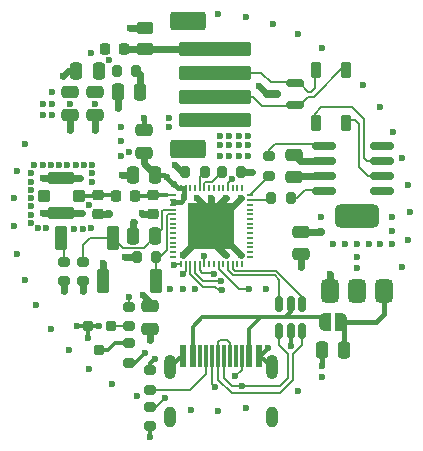
<source format=gbr>
%TF.GenerationSoftware,KiCad,Pcbnew,9.0.0*%
%TF.CreationDate,2026-01-31T22:23:39+01:00*%
%TF.ProjectId,DisplayBoard,44697370-6c61-4794-926f-6172642e6b69,rev?*%
%TF.SameCoordinates,Original*%
%TF.FileFunction,Copper,L1,Top*%
%TF.FilePolarity,Positive*%
%FSLAX46Y46*%
G04 Gerber Fmt 4.6, Leading zero omitted, Abs format (unit mm)*
G04 Created by KiCad (PCBNEW 9.0.0) date 2026-01-31 22:23:39*
%MOMM*%
%LPD*%
G01*
G04 APERTURE LIST*
G04 Aperture macros list*
%AMRoundRect*
0 Rectangle with rounded corners*
0 $1 Rounding radius*
0 $2 $3 $4 $5 $6 $7 $8 $9 X,Y pos of 4 corners*
0 Add a 4 corners polygon primitive as box body*
4,1,4,$2,$3,$4,$5,$6,$7,$8,$9,$2,$3,0*
0 Add four circle primitives for the rounded corners*
1,1,$1+$1,$2,$3*
1,1,$1+$1,$4,$5*
1,1,$1+$1,$6,$7*
1,1,$1+$1,$8,$9*
0 Add four rect primitives between the rounded corners*
20,1,$1+$1,$2,$3,$4,$5,0*
20,1,$1+$1,$4,$5,$6,$7,0*
20,1,$1+$1,$6,$7,$8,$9,0*
20,1,$1+$1,$8,$9,$2,$3,0*%
%AMFreePoly0*
4,1,23,0.000000,0.745722,0.065263,0.745722,0.191342,0.711940,0.304381,0.646677,0.396677,0.554381,0.461940,0.441342,0.495722,0.315263,0.495722,0.250000,0.500000,0.250000,0.500000,-0.250000,0.495722,-0.250000,0.495722,-0.315263,0.461940,-0.441342,0.396677,-0.554381,0.304381,-0.646677,0.191342,-0.711940,0.065263,-0.745722,0.000000,-0.745722,0.000000,-0.750000,-0.500000,-0.750000,
-0.500000,0.750000,0.000000,0.750000,0.000000,0.745722,0.000000,0.745722,$1*%
%AMFreePoly1*
4,1,23,0.500000,-0.750000,0.000000,-0.750000,0.000000,-0.745722,-0.065263,-0.745722,-0.191342,-0.711940,-0.304381,-0.646677,-0.396677,-0.554381,-0.461940,-0.441342,-0.495722,-0.315263,-0.495722,-0.250000,-0.500000,-0.250000,-0.500000,0.250000,-0.495722,0.250000,-0.495722,0.315263,-0.461940,0.441342,-0.396677,0.554381,-0.304381,0.646677,-0.191342,0.711940,-0.065263,0.745722,0.000000,0.745722,
0.000000,0.750000,0.500000,0.750000,0.500000,-0.750000,0.500000,-0.750000,$1*%
G04 Aperture macros list end*
%TA.AperFunction,SMDPad,CuDef*%
%ADD10RoundRect,0.157500X-0.942500X0.367500X-0.942500X-0.367500X0.942500X-0.367500X0.942500X0.367500X0*%
%TD*%
%TA.AperFunction,SMDPad,CuDef*%
%ADD11RoundRect,0.150000X-0.350000X0.375000X-0.350000X-0.375000X0.350000X-0.375000X0.350000X0.375000X0*%
%TD*%
%TA.AperFunction,ComponentPad*%
%ADD12O,1.000000X1.800000*%
%TD*%
%TA.AperFunction,ComponentPad*%
%ADD13O,1.000000X2.100000*%
%TD*%
%TA.AperFunction,SMDPad,CuDef*%
%ADD14R,0.300000X1.970000*%
%TD*%
%TA.AperFunction,SMDPad,CuDef*%
%ADD15R,0.600000X1.970000*%
%TD*%
%TA.AperFunction,SMDPad,CuDef*%
%ADD16RoundRect,0.200000X-0.200000X-0.275000X0.200000X-0.275000X0.200000X0.275000X-0.200000X0.275000X0*%
%TD*%
%TA.AperFunction,SMDPad,CuDef*%
%ADD17RoundRect,0.250000X0.450000X-0.262500X0.450000X0.262500X-0.450000X0.262500X-0.450000X-0.262500X0*%
%TD*%
%TA.AperFunction,SMDPad,CuDef*%
%ADD18RoundRect,0.250000X0.250000X0.475000X-0.250000X0.475000X-0.250000X-0.475000X0.250000X-0.475000X0*%
%TD*%
%TA.AperFunction,SMDPad,CuDef*%
%ADD19RoundRect,0.218750X-0.218750X-0.256250X0.218750X-0.256250X0.218750X0.256250X-0.218750X0.256250X0*%
%TD*%
%TA.AperFunction,SMDPad,CuDef*%
%ADD20RoundRect,0.250000X0.475000X-0.250000X0.475000X0.250000X-0.475000X0.250000X-0.475000X-0.250000X0*%
%TD*%
%TA.AperFunction,SMDPad,CuDef*%
%ADD21RoundRect,0.240000X-1.260000X0.560000X-1.260000X-0.560000X1.260000X-0.560000X1.260000X0.560000X0*%
%TD*%
%TA.AperFunction,SMDPad,CuDef*%
%ADD22RoundRect,0.180000X-2.870000X0.420000X-2.870000X-0.420000X2.870000X-0.420000X2.870000X0.420000X0*%
%TD*%
%TA.AperFunction,SMDPad,CuDef*%
%ADD23RoundRect,0.150000X0.150000X-0.512500X0.150000X0.512500X-0.150000X0.512500X-0.150000X-0.512500X0*%
%TD*%
%TA.AperFunction,SMDPad,CuDef*%
%ADD24RoundRect,0.375000X0.375000X-0.625000X0.375000X0.625000X-0.375000X0.625000X-0.375000X-0.625000X0*%
%TD*%
%TA.AperFunction,SMDPad,CuDef*%
%ADD25RoundRect,0.500000X1.400000X-0.500000X1.400000X0.500000X-1.400000X0.500000X-1.400000X-0.500000X0*%
%TD*%
%TA.AperFunction,SMDPad,CuDef*%
%ADD26RoundRect,0.250000X-0.475000X0.250000X-0.475000X-0.250000X0.475000X-0.250000X0.475000X0.250000X0*%
%TD*%
%TA.AperFunction,SMDPad,CuDef*%
%ADD27FreePoly0,0.000000*%
%TD*%
%TA.AperFunction,SMDPad,CuDef*%
%ADD28FreePoly1,0.000000*%
%TD*%
%TA.AperFunction,SMDPad,CuDef*%
%ADD29RoundRect,0.225000X-0.250000X0.225000X-0.250000X-0.225000X0.250000X-0.225000X0.250000X0.225000X0*%
%TD*%
%TA.AperFunction,SMDPad,CuDef*%
%ADD30RoundRect,0.200000X-0.275000X0.200000X-0.275000X-0.200000X0.275000X-0.200000X0.275000X0.200000X0*%
%TD*%
%TA.AperFunction,SMDPad,CuDef*%
%ADD31RoundRect,0.200000X0.200000X0.275000X-0.200000X0.275000X-0.200000X-0.275000X0.200000X-0.275000X0*%
%TD*%
%TA.AperFunction,SMDPad,CuDef*%
%ADD32RoundRect,0.200000X0.275000X-0.200000X0.275000X0.200000X-0.275000X0.200000X-0.275000X-0.200000X0*%
%TD*%
%TA.AperFunction,SMDPad,CuDef*%
%ADD33RoundRect,0.157500X-0.367500X-0.842500X0.367500X-0.842500X0.367500X0.842500X-0.367500X0.842500X0*%
%TD*%
%TA.AperFunction,SMDPad,CuDef*%
%ADD34RoundRect,0.120000X-0.280000X-0.330000X0.280000X-0.330000X0.280000X0.330000X-0.280000X0.330000X0*%
%TD*%
%TA.AperFunction,SMDPad,CuDef*%
%ADD35RoundRect,0.150000X0.587500X0.150000X-0.587500X0.150000X-0.587500X-0.150000X0.587500X-0.150000X0*%
%TD*%
%TA.AperFunction,SMDPad,CuDef*%
%ADD36RoundRect,0.135000X-0.315000X0.540000X-0.315000X-0.540000X0.315000X-0.540000X0.315000X0.540000X0*%
%TD*%
%TA.AperFunction,SMDPad,CuDef*%
%ADD37RoundRect,0.150000X-0.825000X-0.150000X0.825000X-0.150000X0.825000X0.150000X-0.825000X0.150000X0*%
%TD*%
%TA.AperFunction,SMDPad,CuDef*%
%ADD38R,0.470000X0.250000*%
%TD*%
%TA.AperFunction,SMDPad,CuDef*%
%ADD39R,0.250000X0.470000*%
%TD*%
%TA.AperFunction,SMDPad,CuDef*%
%ADD40R,4.000000X4.000000*%
%TD*%
%TA.AperFunction,ViaPad*%
%ADD41C,0.600000*%
%TD*%
%TA.AperFunction,Conductor*%
%ADD42C,0.600000*%
%TD*%
%TA.AperFunction,Conductor*%
%ADD43C,0.150000*%
%TD*%
%TA.AperFunction,Conductor*%
%ADD44C,0.350000*%
%TD*%
%TA.AperFunction,Conductor*%
%ADD45C,0.400000*%
%TD*%
%TA.AperFunction,Conductor*%
%ADD46C,0.200000*%
%TD*%
G04 APERTURE END LIST*
D10*
%TO.P,J201,2,Ext*%
%TO.N,GND*%
X87300000Y-117975000D03*
D11*
X85800000Y-116500000D03*
D10*
X87300000Y-115025000D03*
D11*
%TO.P,J201,1,In*%
%TO.N,/MCU/ANTENNA*%
X88800000Y-116500000D03*
%TD*%
D12*
%TO.P,USBC501,SH4,SHELL_GND__3*%
%TO.N,GND*%
X105119999Y-135200000D03*
%TO.P,USBC501,SH3,SHELL_GND__2*%
X96480001Y-135200000D03*
D13*
%TO.P,USBC501,SH2,SHELL_GND__1*%
X105120001Y-131020000D03*
%TO.P,USBC501,SH1,SHELL_GND*%
X96480000Y-131019999D03*
D14*
%TO.P,USBC501,B8,SBU2*%
%TO.N,unconnected-(USBC501-SBU2-PadB8)*%
X99050000Y-130034999D03*
%TO.P,USBC501,B7,DN2*%
%TO.N,UNF_USB_D-*%
X100050000Y-130034999D03*
%TO.P,USBC501,B6,DP2*%
%TO.N,UNF_USB_D+*%
X101550001Y-130035000D03*
%TO.P,USBC501,B5,CC2*%
%TO.N,/USB/CC2*%
X102550000Y-130035000D03*
D15*
%TO.P,USBC501,B4_A9,VBUS__1*%
%TO.N,VBUS*%
X103200000Y-130035000D03*
%TO.P,USBC501,B1_A12,GND__1*%
%TO.N,GND*%
X104000000Y-130034999D03*
D14*
%TO.P,USBC501,A8,SBU1*%
%TO.N,unconnected-(USBC501-SBU1-PadA8)*%
X102050000Y-130035000D03*
%TO.P,USBC501,A7,DN1*%
%TO.N,UNF_USB_D-*%
X101050000Y-130035001D03*
%TO.P,USBC501,A6,DP1*%
%TO.N,UNF_USB_D+*%
X100549999Y-130035001D03*
%TO.P,USBC501,A5,CC1*%
%TO.N,/USB/CC1*%
X99549999Y-130034999D03*
D15*
%TO.P,USBC501,A4_B9,VBUS*%
%TO.N,VBUS*%
X98399998Y-130035000D03*
%TO.P,USBC501,A1_B12,GND*%
%TO.N,GND*%
X97600001Y-130035000D03*
%TD*%
D16*
%TO.P,R401,2*%
%TO.N,Net-(C404-Pad1)*%
X93625000Y-105900000D03*
%TO.P,R401,1*%
%TO.N,+3.3V*%
X91975000Y-105900000D03*
%TD*%
D17*
%TO.P,D401,2*%
%TO.N,GND*%
X94400000Y-102275000D03*
%TO.P,D401,1*%
%TO.N,/CAN/UNF_3.3V*%
X94400000Y-104100000D03*
%TD*%
D18*
%TO.P,C403,2*%
%TO.N,GND*%
X88550000Y-105900000D03*
%TO.P,C403,1*%
%TO.N,+3.3V*%
X90450000Y-105900000D03*
%TD*%
D19*
%TO.P,FB401,2*%
%TO.N,/CAN/UNF_3.3V*%
X92587500Y-104100000D03*
%TO.P,FB401,1*%
%TO.N,+3.3V*%
X91012500Y-104100000D03*
%TD*%
D18*
%TO.P,C404,2*%
%TO.N,GND*%
X92050000Y-107700000D03*
%TO.P,C404,1*%
%TO.N,Net-(C404-Pad1)*%
X93950000Y-107700000D03*
%TD*%
D20*
%TO.P,C405,1*%
%TO.N,+3.3V*%
X107000000Y-114950000D03*
%TO.P,C405,2*%
%TO.N,GND*%
X107000000Y-113050000D03*
%TD*%
D21*
%TO.P,J401,*%
%TO.N,*%
X98050000Y-101700000D03*
X98050000Y-112500000D03*
D22*
%TO.P,J401,1,Pin_1*%
%TO.N,/CAN/UNF_3.3V*%
X100300000Y-104100000D03*
%TO.P,J401,2,Pin_2*%
%TO.N,/CAN/UNF_CANP*%
X100300000Y-106100000D03*
%TO.P,J401,3,Pin_3*%
%TO.N,/CAN/UNF_CANN*%
X100300000Y-108100000D03*
%TO.P,J401,4,Pin_4*%
%TO.N,GND*%
X100300000Y-110100000D03*
%TD*%
D23*
%TO.P,U501,6,I/O1*%
%TO.N,/MCU/D-*%
X105750000Y-125662500D03*
%TO.P,U501,5,VBUS*%
%TO.N,VBUS*%
X106700000Y-125662500D03*
%TO.P,U501,4,I/O2*%
%TO.N,/MCU/D+*%
X107650000Y-125662500D03*
%TO.P,U501,3,I/O2*%
%TO.N,UNF_USB_D+*%
X107650000Y-127937500D03*
%TO.P,U501,2,GND*%
%TO.N,GND*%
X106700000Y-127937500D03*
%TO.P,U501,1,I/O1*%
%TO.N,UNF_USB_D-*%
X105750000Y-127937500D03*
%TD*%
D20*
%TO.P,C301,1*%
%TO.N,+3.3V*%
X94800000Y-127750000D03*
%TO.P,C301,2*%
%TO.N,GND*%
X94800000Y-125850000D03*
%TD*%
D24*
%TO.P,U502,3,VI*%
%TO.N,/USB/5V_VBUS*%
X114600000Y-124550000D03*
D25*
%TO.P,U502,2,VO*%
%TO.N,+3.3V*%
X112300000Y-118250000D03*
D24*
X112300000Y-124550000D03*
%TO.P,U502,1,GND*%
%TO.N,GND*%
X110000000Y-124550000D03*
%TD*%
D26*
%TO.P,C502,2*%
%TO.N,GND*%
X107600000Y-121450000D03*
%TO.P,C502,1*%
%TO.N,+3.3V*%
X107600000Y-119550000D03*
%TD*%
D27*
%TO.P,JP501,2,B*%
%TO.N,/USB/5V_VBUS*%
X110950000Y-127200000D03*
D28*
%TO.P,JP501,1,A*%
%TO.N,VBUS*%
X109650000Y-127200000D03*
%TD*%
D29*
%TO.P,C204,1*%
%TO.N,/MCU/ANTENNA*%
X90412281Y-116470000D03*
%TO.P,C204,2*%
%TO.N,GND*%
X90412281Y-118020000D03*
%TD*%
D30*
%TO.P,R301,1*%
%TO.N,/MCU/BL*%
X93000000Y-125900000D03*
%TO.P,R301,2*%
%TO.N,/GC9A01/LIM_BL*%
X93000000Y-127550000D03*
%TD*%
%TO.P,Rusb502,1*%
%TO.N,/USB/CC2*%
X94800000Y-134375000D03*
%TO.P,Rusb502,2*%
%TO.N,GND*%
X94800000Y-136025000D03*
%TD*%
D31*
%TO.P,R203,1*%
%TO.N,/MCU/BOOT*%
X95325000Y-121700000D03*
%TO.P,R203,2*%
%TO.N,+3.3V*%
X93675000Y-121700000D03*
%TD*%
D32*
%TO.P,R204,1*%
%TO.N,/MCU/CANTX*%
X104900000Y-114825000D03*
%TO.P,R204,2*%
%TO.N,/CAN/TRANS_CANTX*%
X104900000Y-113175000D03*
%TD*%
D26*
%TO.P,C401,1*%
%TO.N,+3.3V*%
X90100000Y-107750000D03*
%TO.P,C401,2*%
%TO.N,GND*%
X90100000Y-109650000D03*
%TD*%
D33*
%TO.P,SPST201,1,A*%
%TO.N,GND*%
X90850000Y-123700000D03*
%TO.P,SPST201,2,B*%
%TO.N,/MCU/BOOT*%
X95300000Y-123700000D03*
%TD*%
D32*
%TO.P,R201,1*%
%TO.N,GND*%
X87500000Y-123725000D03*
%TO.P,R201,2*%
%TO.N,Net-(RST201-A)*%
X87500000Y-122075000D03*
%TD*%
D34*
%TO.P,Q301,1,G*%
%TO.N,/GC9A01/LIM_BL*%
X91450000Y-127525000D03*
%TO.P,Q301,2,S*%
%TO.N,GND*%
X89550000Y-127525000D03*
%TO.P,Q301,3,D*%
%TO.N,/GC9A01/GUI_LIM_LEDK*%
X90500000Y-129525000D03*
%TD*%
D33*
%TO.P,RST201,1,A*%
%TO.N,Net-(RST201-A)*%
X87250000Y-120100000D03*
%TO.P,RST201,2,B*%
%TO.N,/MCU/CHIP_PU*%
X91700000Y-120100000D03*
%TD*%
D16*
%TO.P,R206,1*%
%TO.N,GND*%
X97775000Y-114500000D03*
%TO.P,R206,2*%
%TO.N,/MCU/ROM_PRINT*%
X99425000Y-114500000D03*
%TD*%
D18*
%TO.P,C201,1*%
%TO.N,/MCU/CHIP_PU*%
X95250000Y-119900000D03*
%TO.P,C201,2*%
%TO.N,GND*%
X93350000Y-119900000D03*
%TD*%
D35*
%TO.P,D402,1*%
%TO.N,/CAN/UNF_CANN*%
X107037500Y-108850000D03*
%TO.P,D402,2*%
%TO.N,/CAN/UNF_CANP*%
X107037500Y-106950000D03*
%TO.P,D402,3*%
%TO.N,GND*%
X105162500Y-107900000D03*
%TD*%
D29*
%TO.P,C205,1*%
%TO.N,LDA_IN*%
X95012281Y-116470000D03*
%TO.P,C205,2*%
%TO.N,GND*%
X95012281Y-118020000D03*
%TD*%
D20*
%TO.P,C203,1*%
%TO.N,+3.3V*%
X94300000Y-112850000D03*
%TO.P,C203,2*%
%TO.N,GND*%
X94300000Y-110950000D03*
%TD*%
D26*
%TO.P,C402,1*%
%TO.N,+3.3V*%
X88000000Y-107750000D03*
%TO.P,C402,2*%
%TO.N,GND*%
X88000000Y-109650000D03*
%TD*%
D30*
%TO.P,R302,1*%
%TO.N,/GC9A01/GUI_LIM_LEDK*%
X93000000Y-129000000D03*
%TO.P,R302,2*%
%TO.N,LEDK*%
X93000000Y-130650000D03*
%TD*%
D19*
%TO.P,L201,1,1*%
%TO.N,/MCU/ANTENNA*%
X91912500Y-116500000D03*
%TO.P,L201,2,2*%
%TO.N,LDA_IN*%
X93487500Y-116500000D03*
%TD*%
D36*
%TO.P,L401,1*%
%TO.N,/CAN/UNF_CANN*%
X111350000Y-105825000D03*
%TO.P,L401,2*%
%TO.N,/CAN/UNF_CANP*%
X108850000Y-105825000D03*
%TO.P,L401,3*%
%TO.N,CANH*%
X108850000Y-110375000D03*
%TO.P,L401,4*%
%TO.N,CANL*%
X111350000Y-110375000D03*
%TD*%
D18*
%TO.P,C202,1*%
%TO.N,+3.3V*%
X95250000Y-114700000D03*
%TO.P,C202,2*%
%TO.N,GND*%
X93350000Y-114700000D03*
%TD*%
D31*
%TO.P,R205,1*%
%TO.N,GND*%
X102525000Y-114500000D03*
%TO.P,R205,2*%
%TO.N,/MCU/VDD_SPI*%
X100875000Y-114500000D03*
%TD*%
D37*
%TO.P,U401,1,D*%
%TO.N,/CAN/TRANS_CANTX*%
X109525000Y-112295000D03*
%TO.P,U401,2,GND*%
%TO.N,GND*%
X109525000Y-113565000D03*
%TO.P,U401,3,VCC*%
%TO.N,+3.3V*%
X109525000Y-114835000D03*
%TO.P,U401,4,R*%
%TO.N,/CAN/TRANS_CANRX*%
X109525000Y-116105000D03*
%TO.P,U401,5,NC*%
%TO.N,unconnected-(U401-NC-Pad5)*%
X114475000Y-116105000D03*
%TO.P,U401,6,CANL*%
%TO.N,CANL*%
X114475000Y-114835000D03*
%TO.P,U401,7,CANH*%
%TO.N,CANH*%
X114475000Y-113565000D03*
%TO.P,U401,8,NC*%
%TO.N,unconnected-(U401-NC-Pad8)*%
X114475000Y-112295000D03*
%TD*%
D31*
%TO.P,R402,1*%
%TO.N,/CAN/TRANS_CANRX*%
X106725000Y-116700000D03*
%TO.P,R402,2*%
%TO.N,/MCU/CANRX*%
X105075000Y-116700000D03*
%TD*%
D32*
%TO.P,Rusb501,1*%
%TO.N,/USB/CC1*%
X94800000Y-132925000D03*
%TO.P,Rusb501,2*%
%TO.N,GND*%
X94800000Y-131275000D03*
%TD*%
%TO.P,R202,1*%
%TO.N,+3.3V*%
X89100000Y-123725000D03*
%TO.P,R202,2*%
%TO.N,/MCU/CHIP_PU*%
X89100000Y-122075000D03*
%TD*%
D38*
%TO.P,U201,1,LNA_IN*%
%TO.N,LDA_IN*%
X96775000Y-116469563D03*
%TO.P,U201,2,VDD3P3*%
%TO.N,+3.3V*%
X96775000Y-116869563D03*
%TO.P,U201,3,VDD3P3__1*%
X96775000Y-117269563D03*
%TO.P,U201,4,CHIP_PU*%
%TO.N,/MCU/CHIP_PU*%
X96775000Y-117669563D03*
%TO.P,U201,5,GPIO0*%
%TO.N,/MCU/BOOT*%
X96775000Y-118069563D03*
%TO.P,U201,6,GPIO1*%
%TO.N,unconnected-(U201-GPIO1-Pad6)*%
X96775000Y-118469563D03*
%TO.P,U201,7,GPIO2*%
%TO.N,unconnected-(U201-GPIO2-Pad7)*%
X96775000Y-118869563D03*
%TO.P,U201,8,GPIO3*%
%TO.N,unconnected-(U201-GPIO3-Pad8)*%
X96775000Y-119269563D03*
%TO.P,U201,9,GPIO4*%
%TO.N,unconnected-(U201-GPIO4-Pad9)*%
X96775000Y-119669563D03*
%TO.P,U201,10,GPIO5*%
%TO.N,unconnected-(U201-GPIO5-Pad10)*%
X96775000Y-120069563D03*
%TO.P,U201,11,GPIO6*%
%TO.N,unconnected-(U201-GPIO6-Pad11)*%
X96775000Y-120469563D03*
%TO.P,U201,12,GPIO7*%
%TO.N,unconnected-(U201-GPIO7-Pad12)*%
X96775000Y-120869563D03*
%TO.P,U201,13,GPIO8*%
%TO.N,unconnected-(U201-GPIO8-Pad13)*%
X96775000Y-121269563D03*
%TO.P,U201,14,GPIO9*%
%TO.N,unconnected-(U201-GPIO9-Pad14)*%
X96775000Y-121669563D03*
D39*
%TO.P,U201,15,GPIO10*%
%TO.N,/MCU/BL*%
X97400000Y-122294563D03*
%TO.P,U201,16,GPIO11*%
%TO.N,/MCU/DC*%
X97800000Y-122294563D03*
%TO.P,U201,17,GPIO12*%
%TO.N,/MCU/CS*%
X98200000Y-122294563D03*
%TO.P,U201,18,GPIO13*%
%TO.N,/MCU/CLK*%
X98600000Y-122294563D03*
%TO.P,U201,19,GPIO14*%
%TO.N,/MCU/DIN*%
X99000000Y-122294563D03*
%TO.P,U201,20,VDD3P3_RTC*%
%TO.N,+3.3V*%
X99400000Y-122294563D03*
%TO.P,U201,21,XTAL_32K_P*%
%TO.N,unconnected-(U201-XTAL_32K_P-Pad21)*%
X99800000Y-122294563D03*
%TO.P,U201,22,XTAL_32K_N*%
%TO.N,unconnected-(U201-XTAL_32K_N-Pad22)*%
X100200000Y-122294563D03*
%TO.P,U201,23,GPIO17*%
%TO.N,/MCU/RST*%
X100600000Y-122294563D03*
%TO.P,U201,24,GPIO18*%
%TO.N,unconnected-(U201-GPIO18-Pad24)*%
X101000000Y-122294563D03*
%TO.P,U201,25,GPIO19*%
%TO.N,/MCU/D-*%
X101400000Y-122294563D03*
%TO.P,U201,26,GPIO20*%
%TO.N,/MCU/D+*%
X101800000Y-122294563D03*
%TO.P,U201,27,GPIO21*%
%TO.N,unconnected-(U201-GPIO21-Pad27)*%
X102200000Y-122294563D03*
%TO.P,U201,28,SPICS1*%
%TO.N,unconnected-(U201-SPICS1-Pad28)*%
X102600000Y-122294563D03*
D38*
%TO.P,U201,29,VDD_SPI*%
%TO.N,unconnected-(U201-VDD_SPI-Pad29)*%
X103225000Y-121669563D03*
%TO.P,U201,30,NC*%
%TO.N,unconnected-(U201-NC-Pad30)*%
X103225000Y-121269563D03*
%TO.P,U201,31,NC__1*%
%TO.N,unconnected-(U201-NC__1-Pad31)*%
X103225000Y-120869563D03*
%TO.P,U201,32,NC__2*%
%TO.N,unconnected-(U201-NC__2-Pad32)*%
X103225000Y-120469563D03*
%TO.P,U201,33,NC__3*%
%TO.N,unconnected-(U201-NC__3-Pad33)*%
X103225000Y-120069563D03*
%TO.P,U201,34,NC__4*%
%TO.N,unconnected-(U201-NC__4-Pad34)*%
X103225000Y-119669563D03*
%TO.P,U201,35,NC__5*%
%TO.N,unconnected-(U201-NC__5-Pad35)*%
X103225000Y-119269563D03*
%TO.P,U201,36,SPICLK_N*%
%TO.N,unconnected-(U201-SPICLK_N-Pad36)*%
X103225000Y-118869563D03*
%TO.P,U201,37,SPICLK_P*%
%TO.N,unconnected-(U201-SPICLK_P-Pad37)*%
X103225000Y-118469563D03*
%TO.P,U201,38,GPIO33*%
%TO.N,unconnected-(U201-GPIO33-Pad38)*%
X103225000Y-118069563D03*
%TO.P,U201,39,GPIO34*%
%TO.N,unconnected-(U201-GPIO34-Pad39)*%
X103225000Y-117669563D03*
%TO.P,U201,40,GPIO35*%
%TO.N,unconnected-(U201-GPIO35-Pad40)*%
X103225000Y-117269563D03*
%TO.P,U201,41,GPIO36*%
%TO.N,/MCU/CANRX*%
X103225000Y-116869563D03*
%TO.P,U201,42,GPIO37*%
%TO.N,/MCU/CANTX*%
X103225000Y-116469563D03*
D39*
%TO.P,U201,43,GPIO38*%
%TO.N,unconnected-(U201-GPIO38-Pad43)*%
X102600000Y-115844563D03*
%TO.P,U201,44,MTCK*%
%TO.N,unconnected-(U201-MTCK-Pad44)*%
X102200000Y-115844563D03*
%TO.P,U201,45,MTDO*%
%TO.N,unconnected-(U201-MTDO-Pad45)*%
X101800000Y-115844563D03*
%TO.P,U201,46,VDD3P3_CPU*%
%TO.N,+3.3V*%
X101400000Y-115844563D03*
%TO.P,U201,47,MTDI*%
%TO.N,unconnected-(U201-MTDI-Pad47)*%
X101000000Y-115844563D03*
%TO.P,U201,48,MTMS*%
%TO.N,unconnected-(U201-MTMS-Pad48)*%
X100600000Y-115844563D03*
%TO.P,U201,49,U0TXD*%
%TO.N,unconnected-(U201-U0TXD-Pad49)*%
X100200000Y-115844563D03*
%TO.P,U201,50,U0RXD*%
%TO.N,unconnected-(U201-U0RXD-Pad50)*%
X99800000Y-115844563D03*
%TO.P,U201,51,GPIO45*%
%TO.N,/MCU/VDD_SPI*%
X99400000Y-115844563D03*
%TO.P,U201,52,GPIO46*%
%TO.N,/MCU/ROM_PRINT*%
X99000000Y-115844563D03*
%TO.P,U201,53,NC__6*%
%TO.N,unconnected-(U201-NC__6-Pad53)*%
X98600000Y-115844563D03*
%TO.P,U201,54,NC__7*%
%TO.N,unconnected-(U201-NC__7-Pad54)*%
X98200000Y-115844563D03*
%TO.P,U201,55,VDDA*%
%TO.N,+3.3V*%
X97800000Y-115844563D03*
%TO.P,U201,56,VDDA__1*%
X97400000Y-115844563D03*
D40*
%TO.P,U201,57,GND*%
%TO.N,GND*%
X100000000Y-119069563D03*
%TD*%
D18*
%TO.P,C501,1*%
%TO.N,/USB/5V_VBUS*%
X111250000Y-129600000D03*
%TO.P,C501,2*%
%TO.N,GND*%
X109350000Y-129600000D03*
%TD*%
D41*
%TO.N,/MCU/BL*%
X96800000Y-122400000D03*
X93000000Y-125100000D03*
%TO.N,/MCU/DC*%
X97600000Y-123100000D03*
%TO.N,/MCU/RST*%
X103200000Y-124400000D03*
%TO.N,/MCU/CS*%
X100900000Y-124500000D03*
%TO.N,LEDK*%
X94400000Y-129800000D03*
%TO.N,GND*%
X116142615Y-122528820D03*
X85172526Y-125783908D03*
X84219598Y-112156403D03*
X109390612Y-103977845D03*
X93709174Y-133470340D03*
X112864302Y-107105569D03*
X107361634Y-132993586D03*
X91603423Y-132443297D03*
X87920017Y-129565504D03*
X105189370Y-101928762D03*
X83573818Y-121391493D03*
X83247754Y-119071431D03*
X84219598Y-123643597D03*
X83247754Y-116728569D03*
X116142615Y-113271180D03*
X109390612Y-131822155D03*
X102916100Y-101361973D03*
X89661103Y-131133185D03*
X98244638Y-134601158D03*
X116629723Y-115562845D03*
X107361634Y-102806414D03*
X83573818Y-114408507D03*
X102916100Y-134438027D03*
X114241401Y-109000985D03*
X100586073Y-101117077D03*
X100586073Y-134682923D03*
X115341309Y-111069609D03*
X116793153Y-117900000D03*
X86414054Y-127770768D03*
%TO.N,/MCU/DIN*%
X100200000Y-123100000D03*
%TO.N,GND*%
X104600000Y-124400000D03*
%TO.N,/MCU/CLK*%
X100800000Y-123700000D03*
%TO.N,GND*%
X93107893Y-102274991D03*
X92050005Y-109068424D03*
X103400000Y-114500000D03*
X101500000Y-111400000D03*
X84700000Y-114600000D03*
X89200000Y-113900000D03*
X102300000Y-111400000D03*
X88900000Y-115000000D03*
X102300000Y-113100000D03*
X101500000Y-113100000D03*
X85000000Y-113900000D03*
X89000000Y-118000000D03*
X85700000Y-113900000D03*
X85700000Y-118000000D03*
X84700000Y-118100000D03*
X100700000Y-112200000D03*
X91300000Y-118000000D03*
X94300000Y-109900000D03*
X96900000Y-113900000D03*
X87100000Y-113900000D03*
X100700000Y-113100000D03*
X87800000Y-113900000D03*
X102300000Y-112200000D03*
X96400000Y-109900000D03*
X86400000Y-113900000D03*
X89100000Y-119300000D03*
X108100000Y-113565000D03*
X84700000Y-118800000D03*
X101500000Y-112200000D03*
%TO.N,+3.3V*%
X112300000Y-121700000D03*
%TO.N,GND*%
X85700000Y-115000000D03*
X84700000Y-116000000D03*
%TO.N,+3.3V*%
X114300000Y-120600000D03*
X115300000Y-120600000D03*
X97700000Y-116600000D03*
%TO.N,GND*%
X96400000Y-110700000D03*
%TO.N,+3.3V*%
X112300000Y-120600000D03*
%TO.N,GND*%
X103100000Y-112200000D03*
X84700000Y-115300000D03*
%TO.N,+3.3V*%
X92700000Y-121700000D03*
X111300000Y-120600000D03*
%TO.N,GND*%
X100700000Y-111400000D03*
%TO.N,+3.3V*%
X89100000Y-124600000D03*
X109300000Y-118300000D03*
%TO.N,GND*%
X89900000Y-114600000D03*
%TO.N,+3.3V*%
X112300000Y-122600000D03*
X110300000Y-120600000D03*
X115300000Y-118300000D03*
%TO.N,GND*%
X88500000Y-113900000D03*
X84700000Y-116700000D03*
X92400000Y-114700000D03*
%TO.N,+3.3V*%
X108100000Y-114835000D03*
X113300000Y-120600000D03*
X109300000Y-119500000D03*
%TO.N,GND*%
X93400000Y-118700000D03*
X88400000Y-119300000D03*
X94100000Y-118000000D03*
X84700000Y-117400000D03*
X90800000Y-122200000D03*
X104000000Y-107200000D03*
X86000000Y-119200000D03*
%TO.N,+3.3V*%
X115300000Y-119500000D03*
%TO.N,GND*%
X85300000Y-119200000D03*
X89800000Y-119200000D03*
X89900000Y-115300000D03*
X89900000Y-113900000D03*
X103100000Y-111400000D03*
X103100000Y-113100000D03*
X87500000Y-124600000D03*
X98800000Y-116700000D03*
X100000000Y-116700000D03*
X101200000Y-116700000D03*
X101200000Y-121500000D03*
X89538118Y-128512877D03*
X90500000Y-127525000D03*
X88600000Y-127525000D03*
%TO.N,+3.3V*%
X92300000Y-111900000D03*
X92300000Y-110700000D03*
%TO.N,GND*%
X90100000Y-110900000D03*
X88000000Y-110900000D03*
%TO.N,+3.3V*%
X92300000Y-113100000D03*
%TO.N,GND*%
X110000000Y-123100000D03*
%TO.N,+3.3V*%
X96200000Y-114900000D03*
X93000000Y-112800000D03*
%TO.N,GND*%
X102500000Y-116700000D03*
%TO.N,+3.3V*%
X96800000Y-115500000D03*
%TO.N,GND*%
X97600000Y-121500000D03*
X102500000Y-121500000D03*
%TO.N,+3.3V*%
X101700000Y-115100000D03*
X99400000Y-121600000D03*
X90100000Y-108700000D03*
%TO.N,GND*%
X95200000Y-130300000D03*
%TO.N,UNF_USB_D-*%
X102600000Y-132600000D03*
%TO.N,+3.3V*%
X97600000Y-124400000D03*
X94800000Y-128700000D03*
%TO.N,GND*%
X96500000Y-124400000D03*
%TO.N,UNF_USB_D-*%
X100325000Y-132675000D03*
%TO.N,GND*%
X98600000Y-124400000D03*
%TO.N,/USB/CC2*%
X96100000Y-133600000D03*
%TO.N,GND*%
X109350000Y-130916687D03*
X106700000Y-129200000D03*
%TO.N,/USB/CC2*%
X102000000Y-131800000D03*
%TO.N,GND*%
X107600000Y-122500000D03*
X94800000Y-136900000D03*
%TO.N,+3.3V*%
X89800000Y-104400000D03*
X85700000Y-108700000D03*
X85700000Y-109650000D03*
X86500000Y-109650000D03*
%TO.N,GND*%
X89600000Y-117300000D03*
%TO.N,+3.3V*%
X86500000Y-108700000D03*
X88000000Y-108700000D03*
X86500000Y-107750000D03*
%TO.N,GND*%
X94200000Y-124900000D03*
X87424641Y-106323631D03*
%TO.N,+3.3V*%
X91363112Y-105040804D03*
%TO.N,GND*%
X104800000Y-129400000D03*
X116629723Y-120237155D03*
%TD*%
D42*
%TO.N,GND*%
X90100000Y-109650000D02*
X90100000Y-110900000D01*
X88000000Y-109650000D02*
X88000000Y-110900000D01*
X87848272Y-105900000D02*
X87424641Y-106323631D01*
X88550000Y-105900000D02*
X87848272Y-105900000D01*
X92050000Y-109068419D02*
X92050005Y-109068424D01*
X92050000Y-107700000D02*
X92050000Y-109068419D01*
%TO.N,Net-(C404-Pad1)*%
X93950000Y-106225000D02*
X93625000Y-105900000D01*
X93950000Y-107700000D02*
X93950000Y-106225000D01*
%TO.N,GND*%
X93107902Y-102275000D02*
X93107893Y-102274991D01*
X94400000Y-102275000D02*
X93107902Y-102275000D01*
%TO.N,/CAN/UNF_3.3V*%
X94400000Y-104100000D02*
X92587500Y-104100000D01*
X100300000Y-104100000D02*
X94400000Y-104100000D01*
D43*
%TO.N,/CAN/UNF_CANP*%
X104200000Y-106100000D02*
X105000000Y-106900000D01*
X100300000Y-106100000D02*
X104200000Y-106100000D01*
D44*
%TO.N,GND*%
X94800000Y-136025000D02*
X94800000Y-136900000D01*
X97464999Y-130035000D02*
X96480000Y-131019999D01*
X97600001Y-130035000D02*
X97464999Y-130035000D01*
X104165001Y-130034999D02*
X104800000Y-129400000D01*
X104000000Y-130034999D02*
X104165001Y-130034999D01*
X104135000Y-130034999D02*
X105120001Y-131020000D01*
X104000000Y-130034999D02*
X104135000Y-130034999D01*
D43*
%TO.N,+3.3V*%
X101400000Y-115400000D02*
X101700000Y-115100000D01*
X101400000Y-115844563D02*
X101400000Y-115400000D01*
D44*
%TO.N,GND*%
X106700000Y-127937500D02*
X106700000Y-129200000D01*
D43*
%TO.N,UNF_USB_D-*%
X105781802Y-132600000D02*
X102600000Y-132600000D01*
X106475000Y-131906802D02*
X105781802Y-132600000D01*
X106475000Y-129875000D02*
X106475000Y-131906802D01*
X105750000Y-129150000D02*
X106475000Y-129875000D01*
X105750000Y-127937500D02*
X105750000Y-129150000D01*
%TO.N,UNF_USB_D+*%
X106925000Y-132093198D02*
X106925000Y-129875000D01*
X105793198Y-133225000D02*
X106925000Y-132093198D01*
X107650000Y-129150000D02*
X107650000Y-127937500D01*
X101706802Y-133225000D02*
X105793198Y-133225000D01*
X106925000Y-129875000D02*
X107650000Y-129150000D01*
X100549999Y-132068197D02*
X101706802Y-133225000D01*
X100549999Y-130035001D02*
X100549999Y-132068197D01*
D44*
%TO.N,VBUS*%
X106200000Y-126800000D02*
X109250000Y-126800000D01*
X106700000Y-126300000D02*
X106200000Y-126800000D01*
X106700000Y-125662500D02*
X106700000Y-126300000D01*
X109250000Y-126800000D02*
X109650000Y-127200000D01*
X104900000Y-126800000D02*
X106200000Y-126800000D01*
D43*
%TO.N,/MCU/D-*%
X101400000Y-122294563D02*
X101400000Y-122800000D01*
X101400000Y-122800000D02*
X101850000Y-123250000D01*
X101850000Y-123250000D02*
X105350000Y-123250000D01*
X105350000Y-123250000D02*
X105750000Y-123650000D01*
X105750000Y-123650000D02*
X105750000Y-125662500D01*
%TO.N,UNF_USB_D+*%
X101550001Y-130035000D02*
X101550001Y-128950001D01*
X101550001Y-128950001D02*
X101300000Y-128700000D01*
X101300000Y-128700000D02*
X100700000Y-128700000D01*
X100549999Y-128850001D02*
X100700000Y-128700000D01*
X100549999Y-130035001D02*
X100549999Y-128850001D01*
D44*
%TO.N,GND*%
X94800000Y-130700000D02*
X95200000Y-130300000D01*
X94800000Y-131275000D02*
X94800000Y-130700000D01*
%TO.N,LEDK*%
X93550000Y-130650000D02*
X94400000Y-129800000D01*
X93000000Y-130650000D02*
X93550000Y-130650000D01*
%TO.N,/GC9A01/GUI_LIM_LEDK*%
X91800000Y-129000000D02*
X93000000Y-129000000D01*
X91275000Y-129525000D02*
X91800000Y-129000000D01*
X90500000Y-129525000D02*
X91275000Y-129525000D01*
D43*
%TO.N,/GC9A01/LIM_BL*%
X91475000Y-127550000D02*
X91450000Y-127525000D01*
X93000000Y-127550000D02*
X91475000Y-127550000D01*
%TO.N,/MCU/BL*%
X93000000Y-125100000D02*
X93000000Y-125900000D01*
X97400000Y-122294563D02*
X96905437Y-122294563D01*
X96905437Y-122294563D02*
X96800000Y-122400000D01*
%TO.N,/MCU/DC*%
X97800000Y-122900000D02*
X97800000Y-122294563D01*
X97600000Y-123100000D02*
X97800000Y-122900000D01*
%TO.N,/MCU/D+*%
X107650000Y-125050000D02*
X107650000Y-125662500D01*
X105500000Y-122900000D02*
X107650000Y-125050000D01*
X102000000Y-122900000D02*
X105500000Y-122900000D01*
X101800000Y-122700000D02*
X102000000Y-122900000D01*
X101800000Y-122294563D02*
X101800000Y-122700000D01*
%TO.N,/USB/CC2*%
X95325000Y-134375000D02*
X94800000Y-134375000D01*
X96100000Y-133600000D02*
X95325000Y-134375000D01*
X102550000Y-131250000D02*
X102000000Y-131800000D01*
X102550000Y-130035000D02*
X102550000Y-131250000D01*
%TO.N,/USB/CC1*%
X99500000Y-130084998D02*
X99549999Y-130034999D01*
X99500000Y-131600000D02*
X99500000Y-130084998D01*
X98175000Y-132925000D02*
X99500000Y-131600000D01*
X94800000Y-132925000D02*
X98175000Y-132925000D01*
D42*
%TO.N,+3.3V*%
X109250000Y-119550000D02*
X109300000Y-119500000D01*
X107600000Y-119550000D02*
X109250000Y-119550000D01*
%TO.N,GND*%
X107600000Y-121450000D02*
X107600000Y-122500000D01*
D45*
%TO.N,/USB/5V_VBUS*%
X114600000Y-126500000D02*
X114600000Y-124550000D01*
X113900000Y-127200000D02*
X114600000Y-126500000D01*
X110950000Y-127200000D02*
X113900000Y-127200000D01*
%TO.N,GND*%
X109350000Y-130616687D02*
X109352521Y-130619208D01*
X109350000Y-129600000D02*
X109350000Y-130916687D01*
%TO.N,/USB/5V_VBUS*%
X111250000Y-127500000D02*
X110950000Y-127200000D01*
X111250000Y-129600000D02*
X111250000Y-127500000D01*
D43*
%TO.N,UNF_USB_D-*%
X101718198Y-132600000D02*
X102600000Y-132600000D01*
X101050000Y-131931802D02*
X101718198Y-132600000D01*
X101050000Y-131931802D02*
X101050000Y-130035001D01*
D44*
%TO.N,VBUS*%
X103200000Y-127800000D02*
X104200000Y-126800000D01*
X103200000Y-130035000D02*
X103200000Y-127800000D01*
X104200000Y-126800000D02*
X104900000Y-126800000D01*
X99200000Y-126800000D02*
X104900000Y-126800000D01*
X98399998Y-127600002D02*
X99200000Y-126800000D01*
X98399998Y-130035000D02*
X98399998Y-127600002D01*
D42*
%TO.N,+3.3V*%
X94800000Y-127750000D02*
X94800000Y-128700000D01*
X94850000Y-127750000D02*
X94900000Y-127800000D01*
X94800000Y-127750000D02*
X94850000Y-127750000D01*
%TO.N,GND*%
X94800000Y-125500000D02*
X94200000Y-124900000D01*
X94800000Y-125850000D02*
X94800000Y-125500000D01*
X110000000Y-124550000D02*
X110000000Y-123100000D01*
D43*
%TO.N,/MCU/CS*%
X100600000Y-124500000D02*
X100900000Y-124500000D01*
X100300000Y-124200000D02*
X100600000Y-124500000D01*
X98200000Y-123100000D02*
X99300000Y-124200000D01*
X99300000Y-124200000D02*
X100300000Y-124200000D01*
X98200000Y-122294563D02*
X98200000Y-123100000D01*
%TO.N,/MCU/RST*%
X100600000Y-122686827D02*
X102313173Y-124400000D01*
X100600000Y-122294563D02*
X100600000Y-122686827D01*
X102313173Y-124400000D02*
X103200000Y-124400000D01*
%TO.N,/MCU/CLK*%
X99300000Y-123700000D02*
X100800000Y-123700000D01*
X98600000Y-123000000D02*
X99200000Y-123600000D01*
X98600000Y-122294563D02*
X98600000Y-123000000D01*
X99200000Y-123600000D02*
X99300000Y-123700000D01*
%TO.N,/MCU/DIN*%
X100100000Y-123000000D02*
X100200000Y-123100000D01*
X99200000Y-123000000D02*
X100100000Y-123000000D01*
X99000000Y-122800000D02*
X99200000Y-123000000D01*
X99000000Y-122294563D02*
X99000000Y-122800000D01*
D44*
%TO.N,GND*%
X89550000Y-128500995D02*
X89538118Y-128512877D01*
X89550000Y-127525000D02*
X89550000Y-128500995D01*
X89550000Y-127525000D02*
X88600000Y-127525000D01*
X89550000Y-127525000D02*
X90500000Y-127525000D01*
D43*
%TO.N,+3.3V*%
X99400000Y-122294563D02*
X99400000Y-121600000D01*
D44*
%TO.N,LDA_IN*%
X94982281Y-116500000D02*
X95012281Y-116470000D01*
X93487500Y-116500000D02*
X94982281Y-116500000D01*
%TO.N,/MCU/ANTENNA*%
X91882500Y-116470000D02*
X91912500Y-116500000D01*
X90412281Y-116470000D02*
X91882500Y-116470000D01*
X90382281Y-116500000D02*
X90412281Y-116470000D01*
X88800000Y-116500000D02*
X90382281Y-116500000D01*
D42*
%TO.N,GND*%
X100000000Y-119069563D02*
X98479563Y-119069563D01*
X100000000Y-119069563D02*
X98940437Y-119069563D01*
X100000000Y-120300000D02*
X101200000Y-121500000D01*
X100000000Y-119069563D02*
X100000000Y-120300000D01*
X100000000Y-119069563D02*
X101059563Y-119069563D01*
X100000000Y-119069563D02*
X101520437Y-119069563D01*
X101200000Y-116700000D02*
X100000000Y-117900000D01*
X100000000Y-116700000D02*
X100000000Y-119069563D01*
X100000000Y-117900000D02*
X98800000Y-116700000D01*
X100000000Y-119069563D02*
X100000000Y-117900000D01*
X100059563Y-119069563D02*
X102490000Y-121500000D01*
X100000000Y-119069563D02*
X100059563Y-119069563D01*
X100000000Y-119100000D02*
X97600000Y-121500000D01*
X100000000Y-119069563D02*
X100000000Y-119100000D01*
X100120437Y-119069563D02*
X102490000Y-116700000D01*
X100000000Y-119069563D02*
X100120437Y-119069563D01*
X87312281Y-117975000D02*
X85725000Y-117975000D01*
D45*
X94300000Y-110950000D02*
X94300000Y-109900000D01*
D42*
X107515000Y-113565000D02*
X107000000Y-113050000D01*
X97775000Y-114500000D02*
X97500000Y-114500000D01*
X87312281Y-117975000D02*
X88975000Y-117975000D01*
X90850000Y-123700000D02*
X90850000Y-122250000D01*
X93350000Y-118750000D02*
X93400000Y-118700000D01*
X88875000Y-115025000D02*
X88900000Y-115000000D01*
X87312281Y-115025000D02*
X88875000Y-115025000D01*
X85725000Y-117975000D02*
X85700000Y-118000000D01*
X87500000Y-123725000D02*
X87500000Y-124600000D01*
X88975000Y-117975000D02*
X89000000Y-118000000D01*
X90850000Y-122250000D02*
X90800000Y-122200000D01*
X97500000Y-114500000D02*
X96900000Y-113900000D01*
X91280000Y-118020000D02*
X91300000Y-118000000D01*
X93350000Y-114700000D02*
X92400000Y-114700000D01*
X85725000Y-115025000D02*
X85700000Y-115000000D01*
X102525000Y-114500000D02*
X103400000Y-114500000D01*
X93350000Y-119900000D02*
X93350000Y-118750000D01*
X87312281Y-115025000D02*
X85725000Y-115025000D01*
X94120000Y-118020000D02*
X94100000Y-118000000D01*
X105162500Y-107900000D02*
X104700000Y-107900000D01*
X95012281Y-118020000D02*
X94120000Y-118020000D01*
X109525000Y-113565000D02*
X108100000Y-113565000D01*
X104700000Y-107900000D02*
X104000000Y-107200000D01*
X90412281Y-118020000D02*
X91280000Y-118020000D01*
X108100000Y-113565000D02*
X107515000Y-113565000D01*
D45*
%TO.N,+3.3V*%
X97400000Y-115844563D02*
X97675000Y-115844563D01*
X97400000Y-115844563D02*
X97144563Y-115844563D01*
D42*
X93675000Y-121700000D02*
X92700000Y-121700000D01*
D45*
X96000000Y-114700000D02*
X95250000Y-114700000D01*
D42*
X107115000Y-114835000D02*
X107000000Y-114950000D01*
D45*
X97394563Y-116994563D02*
X96775000Y-116994563D01*
D42*
X89100000Y-123725000D02*
X89100000Y-124600000D01*
D45*
X96925000Y-116994563D02*
X96775000Y-117144563D01*
X97400000Y-117000000D02*
X97394563Y-116994563D01*
D42*
X109525000Y-114835000D02*
X108100000Y-114835000D01*
D45*
X97675000Y-116725000D02*
X97400000Y-117000000D01*
D42*
X94300000Y-113750000D02*
X95250000Y-114700000D01*
D45*
X97394563Y-116994563D02*
X96925000Y-116994563D01*
X97675000Y-115844563D02*
X97675000Y-116725000D01*
X97144563Y-115844563D02*
X96600000Y-115300000D01*
X96600000Y-115300000D02*
X96000000Y-114700000D01*
D42*
X108100000Y-114835000D02*
X107115000Y-114835000D01*
X94300000Y-112850000D02*
X94300000Y-113750000D01*
D43*
%TO.N,/MCU/ANTENNA*%
X90612500Y-116457500D02*
X90600000Y-116470000D01*
%TO.N,LDA_IN*%
X95200000Y-116470000D02*
X95187500Y-116457500D01*
%TO.N,/MCU/ANTENNA*%
X90600000Y-116470000D02*
X90570000Y-116500000D01*
%TO.N,LDA_IN*%
X95200437Y-116469563D02*
X95200000Y-116470000D01*
%TO.N,CANH*%
X108750000Y-109550000D02*
X109300000Y-109000000D01*
X111900000Y-109000000D02*
X112900000Y-110000000D01*
X113165000Y-113565000D02*
X114475000Y-113565000D01*
X108750000Y-110075000D02*
X108750000Y-109550000D01*
X109300000Y-109000000D02*
X111900000Y-109000000D01*
X112900000Y-110000000D02*
X112900000Y-113300000D01*
X113765000Y-113365000D02*
X114475000Y-113365000D01*
X112900000Y-113300000D02*
X113165000Y-113565000D01*
%TO.N,CANL*%
X111250000Y-110075000D02*
X112175000Y-110075000D01*
X112500000Y-114100000D02*
X113235000Y-114835000D01*
X112175000Y-110075000D02*
X112500000Y-110400000D01*
X112500000Y-110400000D02*
X112500000Y-114100000D01*
X113235000Y-114835000D02*
X114475000Y-114835000D01*
%TO.N,Net-(RST201-A)*%
X87250000Y-120100000D02*
X87500000Y-120350000D01*
X87500000Y-120350000D02*
X87500000Y-122075000D01*
%TO.N,/MCU/CHIP_PU*%
X96775000Y-117669563D02*
X95930437Y-117669563D01*
X92500000Y-120900000D02*
X91700000Y-120100000D01*
X95250000Y-119900000D02*
X94250000Y-120900000D01*
X94250000Y-120900000D02*
X92500000Y-120900000D01*
X89700000Y-120100000D02*
X91700000Y-120100000D01*
X95930437Y-117669563D02*
X95800000Y-117800000D01*
X89100000Y-120700000D02*
X89700000Y-120100000D01*
X89100000Y-122075000D02*
X89100000Y-120700000D01*
X95800000Y-119350000D02*
X95250000Y-119900000D01*
X95800000Y-117800000D02*
X95800000Y-119350000D01*
%TO.N,/CAN/TRANS_CANTX*%
X105405000Y-112095000D02*
X109525000Y-112095000D01*
X104900000Y-113175000D02*
X104900000Y-112600000D01*
X109520000Y-112100000D02*
X109525000Y-112095000D01*
X104900000Y-112600000D02*
X105405000Y-112095000D01*
%TO.N,/MCU/CANTX*%
X103225000Y-116469563D02*
X103255437Y-116469563D01*
X103255437Y-116469563D02*
X104900000Y-114825000D01*
%TO.N,/MCU/VDD_SPI*%
X99500000Y-115300000D02*
X100075000Y-115300000D01*
X100075000Y-115300000D02*
X100875000Y-114500000D01*
X99400000Y-115844563D02*
X99400000Y-115400000D01*
X99400000Y-115400000D02*
X99500000Y-115300000D01*
%TO.N,/MCU/ROM_PRINT*%
X99000000Y-114925000D02*
X99425000Y-114500000D01*
X99000000Y-115844563D02*
X99000000Y-114925000D01*
%TO.N,/MCU/CANRX*%
X104905437Y-116869563D02*
X105075000Y-116700000D01*
X103225000Y-116869563D02*
X104905437Y-116869563D01*
%TO.N,/CAN/TRANS_CANRX*%
X109430000Y-116000000D02*
X109525000Y-115905000D01*
X107200000Y-116700000D02*
X107900000Y-116000000D01*
X107900000Y-116000000D02*
X109430000Y-116000000D01*
X106725000Y-116700000D02*
X107200000Y-116700000D01*
X106725000Y-116700000D02*
X107000000Y-116700000D01*
D46*
%TO.N,/CAN/UNF_CANN*%
X107475000Y-108850000D02*
X108200000Y-108125000D01*
X108200000Y-108125000D02*
X108650000Y-108125000D01*
X108650000Y-108125000D02*
X111250000Y-105525000D01*
X100350000Y-108050000D02*
X100300000Y-108100000D01*
D43*
X100300000Y-108100000D02*
X103500000Y-108100000D01*
X103500000Y-108100000D02*
X104300000Y-108900000D01*
D46*
X106987500Y-108900000D02*
X107037500Y-108850000D01*
X107037500Y-108850000D02*
X107475000Y-108850000D01*
D43*
X104300000Y-108900000D02*
X106987500Y-108900000D01*
D46*
%TO.N,/CAN/UNF_CANP*%
X100350000Y-106150000D02*
X100300000Y-106100000D01*
X106987500Y-106900000D02*
X107037500Y-106950000D01*
X108463603Y-107675000D02*
X108750000Y-107388603D01*
X107475000Y-106950000D02*
X108200000Y-107675000D01*
D43*
X105000000Y-106900000D02*
X106987500Y-106900000D01*
D46*
X107037500Y-106950000D02*
X107475000Y-106950000D01*
X108750000Y-107388603D02*
X108750000Y-105525000D01*
X108200000Y-107675000D02*
X108463603Y-107675000D01*
D43*
%TO.N,/MCU/BOOT*%
X95600000Y-121700000D02*
X95325000Y-121700000D01*
X96775000Y-118069563D02*
X96330437Y-118069563D01*
X96330437Y-118069563D02*
X96200000Y-118200000D01*
X96200000Y-121100000D02*
X95600000Y-121700000D01*
X95325000Y-123675000D02*
X95300000Y-123700000D01*
X95325000Y-121700000D02*
X95325000Y-123675000D01*
X96200000Y-118200000D02*
X96200000Y-121100000D01*
%TO.N,UNF_USB_D-*%
X100050000Y-132450000D02*
X100050000Y-130034999D01*
X100350000Y-132750000D02*
X100050000Y-132450000D01*
%TO.N,LDA_IN*%
X96244256Y-116470000D02*
X96774563Y-116470000D01*
X96774563Y-116470000D02*
X96775000Y-116469563D01*
D44*
X95012281Y-116470000D02*
X96244256Y-116470000D01*
%TD*%
M02*

</source>
